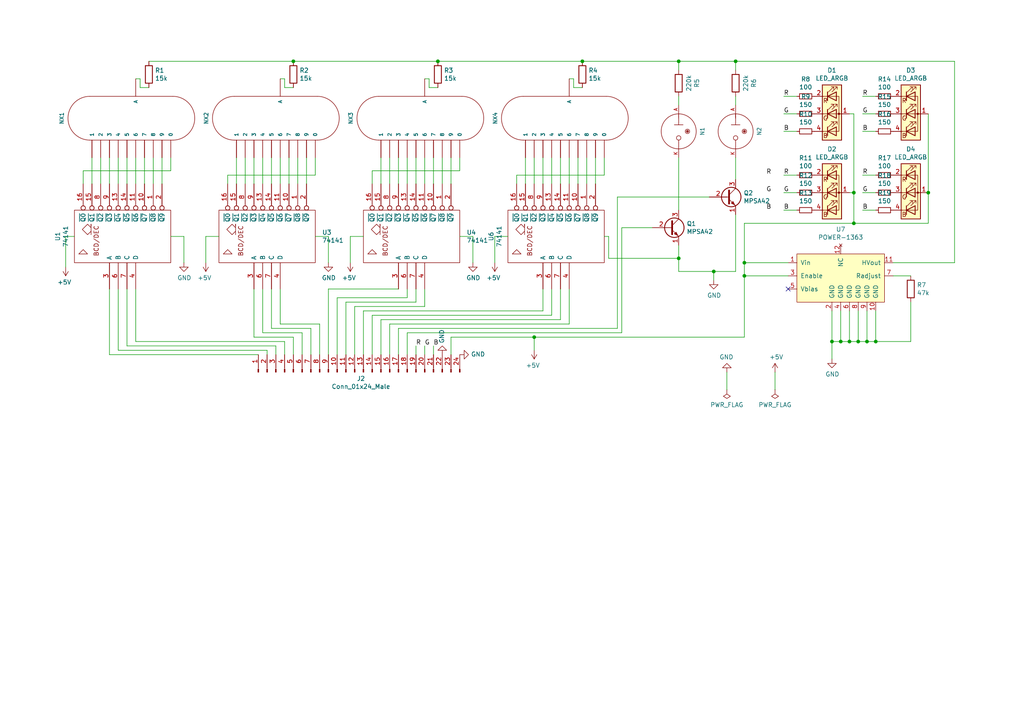
<source format=kicad_sch>
(kicad_sch (version 20211123) (generator eeschema)
  (paper "A4")
  (lib_symbols
    (symbol "74xx_IEEE:74141" (pin_names (offset 0.762))
      (property "Reference" "U" (at 0 0 0))
      (property "Value" "74141" (at 7.62 -15.24 0))
      (symbol "74141_0_0"
        (polyline (pts (xy 3.556 9.144) (xy 3.048 9.144) (xy 3.048 9.144)))
        (polyline (pts (xy -5.08 12.7) (xy -5.08 10.16) (xy -3.81 11.43) (xy -5.08 12.7) (xy -5.08 12.7)))
        (polyline (pts (xy 2.54 9.144) (xy 3.556 10.16) (xy 2.032 11.684) (xy 0.508 10.16) (xy 1.524 9.144) (xy 0.508 9.144) (xy 3.556 9.144)))
        (text "BCD/DEC" (at -1.27 7.62 0) (effects (font (size 1.27 1.27))))
        (pin power_in line (at 0 -13.97 90) (length 0) hide (name "GND") (number "12"))
        (pin power_in line (at 0 13.97 270) (length 0) hide (name "VCC") (number "5"))
      )
      (symbol "74141_0_1"
        (rectangle (start -7.62 13.97) (end 7.62 -13.97))
      )
      (symbol "74141_1_1"
        (pin open_collector inverted (at 15.24 -8.89 180) (length 7.62) (name "~{Q8}") (number "1"))
        (pin open_collector inverted (at 15.24 -6.35 180) (length 7.62) (name "~{Q7}") (number "10"))
        (pin open_collector inverted (at 15.24 -3.81 180) (length 7.62) (name "~{Q6}") (number "11"))
        (pin open_collector inverted (at 15.24 1.27 180) (length 7.62) (name "~{Q4}") (number "13"))
        (pin open_collector inverted (at 15.24 -1.27 180) (length 7.62) (name "~{Q5}") (number "14"))
        (pin open_collector inverted (at 15.24 8.89 180) (length 7.62) (name "~{Q1}") (number "15"))
        (pin open_collector inverted (at 15.24 11.43 180) (length 7.62) (name "~{Q0}") (number "16"))
        (pin open_collector inverted (at 15.24 -11.43 180) (length 7.62) (name "~{Q9}") (number "2"))
        (pin input line (at -15.24 3.81 0) (length 7.62) (name "A") (number "3"))
        (pin input line (at -15.24 -3.81 0) (length 7.62) (name "D") (number "4"))
        (pin input line (at -15.24 1.27 0) (length 7.62) (name "B") (number "6"))
        (pin input line (at -15.24 -1.27 0) (length 7.62) (name "C") (number "7"))
        (pin open_collector inverted (at 15.24 6.35 180) (length 7.62) (name "~{Q2}") (number "8"))
        (pin open_collector inverted (at 15.24 3.81 180) (length 7.62) (name "~{Q3}") (number "9"))
      )
    )
    (symbol "Connector:Conn_01x24_Male" (pin_names (offset 1.016) hide)
      (property "Reference" "J" (at 0 30.48 0))
      (property "Value" "Conn_01x24_Male" (at 0 -33.02 0))
      (symbol "Conn_01x24_Male_1_1"
        (polyline (pts (xy 1.27 -30.48) (xy 0.8636 -30.48)) (stroke (width 0.1524)))
        (polyline (pts (xy 1.27 -27.94) (xy 0.8636 -27.94)) (stroke (width 0.1524)))
        (polyline (pts (xy 1.27 -25.4) (xy 0.8636 -25.4)) (stroke (width 0.1524)))
        (polyline (pts (xy 1.27 -22.86) (xy 0.8636 -22.86)) (stroke (width 0.1524)))
        (polyline (pts (xy 1.27 -20.32) (xy 0.8636 -20.32)) (stroke (width 0.1524)))
        (polyline (pts (xy 1.27 -17.78) (xy 0.8636 -17.78)) (stroke (width 0.1524)))
        (polyline (pts (xy 1.27 -15.24) (xy 0.8636 -15.24)) (stroke (width 0.1524)))
        (polyline (pts (xy 1.27 -12.7) (xy 0.8636 -12.7)) (stroke (width 0.1524)))
        (polyline (pts (xy 1.27 -10.16) (xy 0.8636 -10.16)) (stroke (width 0.1524)))
        (polyline (pts (xy 1.27 -7.62) (xy 0.8636 -7.62)) (stroke (width 0.1524)))
        (polyline (pts (xy 1.27 -5.08) (xy 0.8636 -5.08)) (stroke (width 0.1524)))
        (polyline (pts (xy 1.27 -2.54) (xy 0.8636 -2.54)) (stroke (width 0.1524)))
        (polyline (pts (xy 1.27 0) (xy 0.8636 0)) (stroke (width 0.1524)))
        (polyline (pts (xy 1.27 2.54) (xy 0.8636 2.54)) (stroke (width 0.1524)))
        (polyline (pts (xy 1.27 5.08) (xy 0.8636 5.08)) (stroke (width 0.1524)))
        (polyline (pts (xy 1.27 7.62) (xy 0.8636 7.62)) (stroke (width 0.1524)))
        (polyline (pts (xy 1.27 10.16) (xy 0.8636 10.16)) (stroke (width 0.1524)))
        (polyline (pts (xy 1.27 12.7) (xy 0.8636 12.7)) (stroke (width 0.1524)))
        (polyline (pts (xy 1.27 15.24) (xy 0.8636 15.24)) (stroke (width 0.1524)))
        (polyline (pts (xy 1.27 17.78) (xy 0.8636 17.78)) (stroke (width 0.1524)))
        (polyline (pts (xy 1.27 20.32) (xy 0.8636 20.32)) (stroke (width 0.1524)))
        (polyline (pts (xy 1.27 22.86) (xy 0.8636 22.86)) (stroke (width 0.1524)))
        (polyline (pts (xy 1.27 25.4) (xy 0.8636 25.4)) (stroke (width 0.1524)))
        (polyline (pts (xy 1.27 27.94) (xy 0.8636 27.94)) (stroke (width 0.1524)))
        (rectangle (start 0.8636 -30.353) (end 0 -30.607) (stroke (width 0.1524)) (fill (type outline)))
        (rectangle (start 0.8636 -27.813) (end 0 -28.067) (stroke (width 0.1524)) (fill (type outline)))
        (rectangle (start 0.8636 -25.273) (end 0 -25.527) (stroke (width 0.1524)) (fill (type outline)))
        (rectangle (start 0.8636 -22.733) (end 0 -22.987) (stroke (width 0.1524)) (fill (type outline)))
        (rectangle (start 0.8636 -20.193) (end 0 -20.447) (stroke (width 0.1524)) (fill (type outline)))
        (rectangle (start 0.8636 -17.653) (end 0 -17.907) (stroke (width 0.1524)) (fill (type outline)))
        (rectangle (start 0.8636 -15.113) (end 0 -15.367) (stroke (width 0.1524)) (fill (type outline)))
        (rectangle (start 0.8636 -12.573) (end 0 -12.827) (stroke (width 0.1524)) (fill (type outline)))
        (rectangle (start 0.8636 -10.033) (end 0 -10.287) (stroke (width 0.1524)) (fill (type outline)))
        (rectangle (start 0.8636 -7.493) (end 0 -7.747) (stroke (width 0.1524)) (fill (type outline)))
        (rectangle (start 0.8636 -4.953) (end 0 -5.207) (stroke (width 0.1524)) (fill (type outline)))
        (rectangle (start 0.8636 -2.413) (end 0 -2.667) (stroke (width 0.1524)) (fill (type outline)))
        (rectangle (start 0.8636 0.127) (end 0 -0.127) (stroke (width 0.1524)) (fill (type outline)))
        (rectangle (start 0.8636 2.667) (end 0 2.413) (stroke (width 0.1524)) (fill (type outline)))
        (rectangle (start 0.8636 5.207) (end 0 4.953) (stroke (width 0.1524)) (fill (type outline)))
        (rectangle (start 0.8636 7.747) (end 0 7.493) (stroke (width 0.1524)) (fill (type outline)))
        (rectangle (start 0.8636 10.287) (end 0 10.033) (stroke (width 0.1524)) (fill (type outline)))
        (rectangle (start 0.8636 12.827) (end 0 12.573) (stroke (width 0.1524)) (fill (type outline)))
        (rectangle (start 0.8636 15.367) (end 0 15.113) (stroke (width 0.1524)) (fill (type outline)))
        (rectangle (start 0.8636 17.907) (end 0 17.653) (stroke (width 0.1524)) (fill (type outline)))
        (rectangle (start 0.8636 20.447) (end 0 20.193) (stroke (width 0.1524)) (fill (type outline)))
        (rectangle (start 0.8636 22.987) (end 0 22.733) (stroke (width 0.1524)) (fill (type outline)))
        (rectangle (start 0.8636 25.527) (end 0 25.273) (stroke (width 0.1524)) (fill (type outline)))
        (rectangle (start 0.8636 28.067) (end 0 27.813) (stroke (width 0.1524)) (fill (type outline)))
        (pin passive line (at 5.08 27.94 180) (length 3.81) (name "Pin_1") (number "1"))
        (pin passive line (at 5.08 5.08 180) (length 3.81) (name "Pin_10") (number "10"))
        (pin passive line (at 5.08 2.54 180) (length 3.81) (name "Pin_11") (number "11"))
        (pin passive line (at 5.08 0 180) (length 3.81) (name "Pin_12") (number "12"))
        (pin passive line (at 5.08 -2.54 180) (length 3.81) (name "Pin_13") (number "13"))
        (pin passive line (at 5.08 -5.08 180) (length 3.81) (name "Pin_14") (number "14"))
        (pin passive line (at 5.08 -7.62 180) (length 3.81) (name "Pin_15") (number "15"))
        (pin passive line (at 5.08 -10.16 180) (length 3.81) (name "Pin_16") (number "16"))
        (pin passive line (at 5.08 -12.7 180) (length 3.81) (name "Pin_17") (number "17"))
        (pin passive line (at 5.08 -15.24 180) (length 3.81) (name "Pin_18") (number "18"))
        (pin passive line (at 5.08 -17.78 180) (length 3.81) (name "Pin_19") (number "19"))
        (pin passive line (at 5.08 25.4 180) (length 3.81) (name "Pin_2") (number "2"))
        (pin passive line (at 5.08 -20.32 180) (length 3.81) (name "Pin_20") (number "20"))
        (pin passive line (at 5.08 -22.86 180) (length 3.81) (name "Pin_21") (number "21"))
        (pin passive line (at 5.08 -25.4 180) (length 3.81) (name "Pin_22") (number "22"))
        (pin passive line (at 5.08 -27.94 180) (length 3.81) (name "Pin_23") (number "23"))
        (pin passive line (at 5.08 -30.48 180) (length 3.81) (name "Pin_24") (number "24"))
        (pin passive line (at 5.08 22.86 180) (length 3.81) (name "Pin_3") (number "3"))
        (pin passive line (at 5.08 20.32 180) (length 3.81) (name "Pin_4") (number "4"))
        (pin passive line (at 5.08 17.78 180) (length 3.81) (name "Pin_5") (number "5"))
        (pin passive line (at 5.08 15.24 180) (length 3.81) (name "Pin_6") (number "6"))
        (pin passive line (at 5.08 12.7 180) (length 3.81) (name "Pin_7") (number "7"))
        (pin passive line (at 5.08 10.16 180) (length 3.81) (name "Pin_8") (number "8"))
        (pin passive line (at 5.08 7.62 180) (length 3.81) (name "Pin_9") (number "9"))
      )
    )
    (symbol "Device:LED_ARGB" (pin_names (offset 0) hide)
      (property "Reference" "D" (at 0 9.398 0))
      (property "Value" "LED_ARGB" (at 0 -8.89 0))
      (symbol "LED_ARGB_0_0"
        (text "B" (at -1.905 -6.35 0) (effects (font (size 1.27 1.27))))
        (text "G" (at -1.905 -1.27 0) (effects (font (size 1.27 1.27))))
        (text "R" (at -1.905 3.81 0) (effects (font (size 1.27 1.27))))
      )
      (symbol "LED_ARGB_0_1"
        (polyline (pts (xy -1.27 -5.08) (xy -2.54 -5.08)))
        (polyline (pts (xy -1.27 -5.08) (xy 1.27 -5.08)))
        (polyline (pts (xy -1.27 -3.81) (xy -1.27 -6.35)) (stroke (width 0.254)))
        (polyline (pts (xy -1.27 0) (xy -2.54 0)))
        (polyline (pts (xy -1.27 1.27) (xy -1.27 -1.27)) (stroke (width 0.254)))
        (polyline (pts (xy -1.27 5.08) (xy -2.54 5.08)))
        (polyline (pts (xy -1.27 5.08) (xy 1.27 5.08)))
        (polyline (pts (xy -1.27 6.35) (xy -1.27 3.81)) (stroke (width 0.254)))
        (polyline (pts (xy 1.27 0) (xy -1.27 0)))
        (polyline (pts (xy 1.27 0) (xy 2.54 0)))
        (polyline (pts (xy -1.27 1.27) (xy -1.27 -1.27) (xy -1.27 -1.27)))
        (polyline (pts (xy -1.27 6.35) (xy -1.27 3.81) (xy -1.27 3.81)))
        (polyline (pts (xy 1.27 -5.08) (xy 2.032 -5.08) (xy 2.032 5.08) (xy 1.27 5.08)))
        (polyline (pts (xy 1.27 -3.81) (xy 1.27 -6.35) (xy -1.27 -5.08) (xy 1.27 -3.81)) (stroke (width 0.254)))
        (polyline (pts (xy 1.27 1.27) (xy 1.27 -1.27) (xy -1.27 0) (xy 1.27 1.27)) (stroke (width 0.254)))
        (polyline (pts (xy 1.27 6.35) (xy 1.27 3.81) (xy -1.27 5.08) (xy 1.27 6.35)) (stroke (width 0.254)))
        (polyline (pts (xy -1.016 -3.81) (xy 0.508 -2.286) (xy -0.254 -2.286) (xy 0.508 -2.286) (xy 0.508 -3.048)))
        (polyline (pts (xy -1.016 1.27) (xy 0.508 2.794) (xy -0.254 2.794) (xy 0.508 2.794) (xy 0.508 2.032)))
        (polyline (pts (xy -1.016 6.35) (xy 0.508 7.874) (xy -0.254 7.874) (xy 0.508 7.874) (xy 0.508 7.112)))
        (polyline (pts (xy 0 -3.81) (xy 1.524 -2.286) (xy 0.762 -2.286) (xy 1.524 -2.286) (xy 1.524 -3.048)))
        (polyline (pts (xy 0 1.27) (xy 1.524 2.794) (xy 0.762 2.794) (xy 1.524 2.794) (xy 1.524 2.032)))
        (polyline (pts (xy 0 6.35) (xy 1.524 7.874) (xy 0.762 7.874) (xy 1.524 7.874) (xy 1.524 7.112)))
        (rectangle (start 1.27 -1.27) (end 1.27 1.27))
        (rectangle (start 1.27 1.27) (end 1.27 1.27))
        (rectangle (start 1.27 3.81) (end 1.27 6.35))
        (rectangle (start 1.27 6.35) (end 1.27 6.35))
        (circle (center 2.032 0) (radius 0.254) (fill (type outline)))
        (rectangle (start 2.794 8.382) (end -2.794 -7.62) (stroke (width 0.254)) (fill (type background)))
      )
      (symbol "LED_ARGB_1_1"
        (pin passive line (at 5.08 0 180) (length 2.54) (name "A") (number "1"))
        (pin passive line (at -5.08 5.08 0) (length 2.54) (name "RK") (number "2"))
        (pin passive line (at -5.08 0 0) (length 2.54) (name "GK") (number "3"))
        (pin passive line (at -5.08 -5.08 0) (length 2.54) (name "BK") (number "4"))
      )
    )
    (symbol "Device:R" (pin_numbers hide) (pin_names (offset 0))
      (property "Reference" "R" (at 2.032 0 90))
      (property "Value" "R" (at 0 0 90))
      (symbol "R_0_1"
        (rectangle (start -1.016 -2.54) (end 1.016 2.54) (stroke (width 0.254)))
      )
      (symbol "R_1_1"
        (pin passive line (at 0 3.81 270) (length 1.27) (name "~") (number "1"))
        (pin passive line (at 0 -3.81 90) (length 1.27) (name "~") (number "2"))
      )
    )
    (symbol "Device:R_Small" (pin_numbers hide) (pin_names (offset 0.254) hide)
      (property "Reference" "R" (at 0.762 0.508 0))
      (property "Value" "R_Small" (at 0.762 -1.016 0))
      (symbol "R_Small_0_1"
        (rectangle (start -0.762 1.778) (end 0.762 -1.778) (stroke (width 0.2032)))
      )
      (symbol "R_Small_1_1"
        (pin passive line (at 0 2.54 270) (length 0.762) (name "~") (number "1"))
        (pin passive line (at 0 -2.54 90) (length 0.762) (name "~") (number "2"))
      )
    )
    (symbol "NixieClock_Display-rescue:IN-12A-Nixies" (pin_numbers hide) (pin_names (offset 1.016))
      (property "Reference" "NX" (at -5.715 20.955 0))
      (symbol "IN-12A-Nixies_1_0"
        (polyline (pts (xy -7.62 -10.795) (xy -7.62 13.335)))
        (polyline (pts (xy 5.08 -10.795) (xy 5.08 13.335)))
      )
      (symbol "IN-12A-Nixies_1_1"
        (arc (start -7.62 -10.795) (mid -1.27 -17.145) (end 5.08 -10.795))
        (arc (start 5.08 13.335) (mid -1.27 19.685) (end -7.62 13.335))
        (pin bidirectional line (at -12.7 -10.16 0) (length 5.08) (name "0") (number "0"))
        (pin bidirectional line (at -12.7 12.7 0) (length 5.08) (name "1") (number "1"))
        (pin bidirectional line (at -12.7 10.16 0) (length 5.08) (name "2") (number "2"))
        (pin bidirectional line (at -12.7 7.62 0) (length 5.08) (name "3") (number "3"))
        (pin bidirectional line (at -12.7 5.08 0) (length 5.08) (name "4") (number "4"))
        (pin bidirectional line (at -12.7 2.54 0) (length 5.08) (name "5") (number "5"))
        (pin bidirectional line (at -12.7 0 0) (length 5.08) (name "6") (number "6"))
        (pin bidirectional line (at -12.7 -2.54 0) (length 5.08) (name "7") (number "7"))
        (pin bidirectional line (at -12.7 -5.08 0) (length 5.08) (name "8") (number "8"))
        (pin bidirectional line (at -12.7 -7.62 0) (length 5.08) (name "9") (number "9"))
        (pin bidirectional line (at 10.16 0 180) (length 5.08) (name "A") (number "A"))
      )
    )
    (symbol "NixieClock_Display-rescue:INS-1-Nixies" (pin_names (offset 1.016) hide)
      (property "Reference" "N" (at 1.27 3.175 0))
      (symbol "INS-1-Nixies_1_0"
        (polyline (pts (xy 0 -2.54) (xy 0.635 -2.54)))
        (polyline (pts (xy 0.635 -2.54) (xy 0 -2.54)))
        (polyline (pts (xy 0.635 -2.54) (xy 3.175 -2.54)))
        (polyline (pts (xy 1.27 -2.54) (xy 0.635 -2.54)))
        (polyline (pts (xy 3.175 -2.54) (xy 3.175 -3.81)))
        (polyline (pts (xy 3.175 -2.54) (xy 3.175 -1.27)))
        (polyline (pts (xy 4.7498 0) (xy 5.08 0)))
        (polyline (pts (xy 5.08 0) (xy 5.08 -0.3048)))
        (polyline (pts (xy 5.08 0) (xy 5.08 0.3048)))
        (polyline (pts (xy 5.08 0) (xy 5.3848 0)))
        (polyline (pts (xy 10.16 -2.54) (xy 7.62 -2.54)))
      )
      (symbol "INS-1-Nixies_1_1"
        (circle (center 5.08 -2.54) (radius 5.08))
        (circle (center 5.08 0) (radius 0.3048))
        (circle (center 5.08 0) (radius 0.635))
        (circle (center 6.985 -2.54) (radius 0.635))
        (pin bidirectional line (at -2.54 -2.54 0) (length 2.54) (name "A") (number "A"))
        (pin bidirectional line (at 12.7 -2.54 180) (length 2.54) (name "K") (number "K"))
      )
    )
    (symbol "NixieClock_Display-rescue:POWER-1363-Nixies" (pin_names (offset 1.016))
      (property "Reference" "U" (at 0 0 0))
      (property "Value" "POWER-1363-Nixies" (at 17.78 0 0))
      (symbol "POWER-1363-Nixies_0_1"
        (rectangle (start -3.81 -1.27) (end 21.59 -15.24) (fill (type background)))
      )
      (symbol "POWER-1363-Nixies_1_1"
        (pin power_in line (at -6.35 -3.81 0) (length 2.54) (name "Vin") (number "1"))
        (pin power_in line (at 19.05 -17.78 90) (length 2.54) (name "GND") (number "10"))
        (pin power_out line (at 24.13 -3.81 180) (length 2.54) (name "HVout") (number "11"))
        (pin no_connect line (at 8.89 1.27 270) (length 2.54) (name "NC") (number "12"))
        (pin power_in line (at 6.35 -17.78 90) (length 2.54) (name "GND") (number "2"))
        (pin input line (at -6.35 -7.62 0) (length 2.54) (name "Enable") (number "3"))
        (pin power_in line (at 8.89 -17.78 90) (length 2.54) (name "GND") (number "4"))
        (pin input line (at -6.35 -11.43 0) (length 2.54) (name "Vbias") (number "5"))
        (pin power_in line (at 11.43 -17.78 90) (length 2.54) (name "GND") (number "6"))
        (pin input line (at 24.13 -7.62 180) (length 2.54) (name "Radjust") (number "7"))
        (pin power_in line (at 13.97 -17.78 90) (length 2.54) (name "GND") (number "8"))
        (pin power_in line (at 16.51 -17.78 90) (length 2.54) (name "GND") (number "9"))
      )
    )
    (symbol "Transistor_BJT:MPSA42" (pin_names (offset 1.016) hide)
      (property "Reference" "Q" (at 5.08 1.905 0))
      (property "Value" "MPSA42" (at 5.08 0 0))
      (symbol "MPSA42_0_1"
        (polyline (pts (xy 0 0) (xy 0.635 0)))
        (polyline (pts (xy 0.635 0.635) (xy 2.54 2.54)))
        (polyline (pts (xy 0.635 -0.635) (xy 2.54 -2.54) (xy 2.54 -2.54)))
        (polyline (pts (xy 0.635 1.905) (xy 0.635 -1.905) (xy 0.635 -1.905)) (stroke (width 0.508)))
        (polyline (pts (xy 1.27 -1.778) (xy 1.778 -1.27) (xy 2.286 -2.286) (xy 1.27 -1.778) (xy 1.27 -1.778)) (fill (type outline)))
        (circle (center 1.27 0) (radius 2.8194) (stroke (width 0.254)))
      )
      (symbol "MPSA42_1_1"
        (pin passive line (at 2.54 -5.08 90) (length 2.54) (name "E") (number "1"))
        (pin input line (at -5.08 0 0) (length 5.08) (name "B") (number "2"))
        (pin passive line (at 2.54 5.08 270) (length 2.54) (name "C") (number "3"))
      )
    )
    (symbol "power:+5V" (power) (pin_names (offset 0))
      (property "Value" "+5V" (at 0 3.556 0))
      (symbol "+5V_0_1"
        (polyline (pts (xy -0.762 1.27) (xy 0 2.54)))
        (polyline (pts (xy 0 0) (xy 0 2.54)))
        (polyline (pts (xy 0 2.54) (xy 0.762 1.27)))
      )
      (symbol "+5V_1_1"
        (pin power_in line (at 0 0 90) (length 0) hide (name "+5V") (number "1"))
      )
    )
    (symbol "power:GND" (power) (pin_names (offset 0))
      (property "Value" "GND" (at 0 -3.81 0))
      (symbol "GND_0_1"
        (polyline (pts (xy 0 0) (xy 0 -1.27) (xy 1.27 -1.27) (xy 0 -2.54) (xy -1.27 -1.27) (xy 0 -1.27)))
      )
      (symbol "GND_1_1"
        (pin power_in line (at 0 0 270) (length 0) hide (name "GND") (number "1"))
      )
    )
    (symbol "power:PWR_FLAG" (power) (pin_numbers hide) (pin_names (offset 0) hide)
      (property "Value" "PWR_FLAG" (at 0 3.81 0))
      (symbol "PWR_FLAG_0_0"
        (pin power_out line (at 0 0 90) (length 0) (name "pwr") (number "1"))
      )
      (symbol "PWR_FLAG_0_1"
        (polyline (pts (xy 0 0) (xy 0 1.27) (xy -1.016 1.905) (xy 0 2.54) (xy 1.016 1.905) (xy 0 1.27)))
      )
    )
  )
  (junction (at 247.65 64.77))
  (junction (at 269.24 55.88))
  (junction (at 246.38 99.06))
  (junction (at 215.9 76.2))
  (junction (at 168.91 17.78))
  (junction (at 254 99.06))
  (junction (at 248.92 99.06))
  (junction (at 243.84 99.06))
  (junction (at 241.3 99.06))
  (junction (at 215.9 80.01))
  (junction (at 154.94 97.79))
  (junction (at 196.85 17.78))
  (junction (at 207.01 78.74))
  (junction (at 85.09 17.78))
  (junction (at 196.85 74.93))
  (junction (at 213.36 17.78))
  (junction (at 247.65 55.88))
  (junction (at 251.46 99.06))
  (junction (at 127 17.78))
  (no_connect (at 228.6 83.82))
  (wire (pts (xy 259.08 76.2) (xy 276.86 76.2)))
  (wire (pts (xy 123.19 83.82) (xy 123.19 88.9)))
  (wire (pts (xy 118.11 45.72) (xy 118.11 53.34)))
  (wire (pts (xy 39.37 83.82) (xy 39.37 99.06)))
  (wire (pts (xy 165.1 22.86) (xy 166.37 22.86)))
  (wire (pts (xy 246.38 33.02) (xy 247.65 33.02)))
  (wire (pts (xy 175.26 50.8) (xy 175.26 45.72)))
  (wire (pts (xy 87.63 96.52) (xy 87.63 102.87)))
  (wire (pts (xy 180.34 66.04) (xy 180.34 96.52)))
  (wire (pts (xy 100.33 87.63) (xy 100.33 102.87)))
  (wire (pts (xy 196.85 45.72) (xy 196.85 60.96)))
  (wire (pts (xy 143.51 68.58) (xy 143.51 76.2)))
  (wire (pts (xy 39.37 99.06) (xy 82.55 99.06)))
  (wire (pts (xy 49.53 45.72) (xy 49.53 49.53)))
  (wire (pts (xy 213.36 17.78) (xy 196.85 17.78)))
  (wire (pts (xy 154.94 101.6) (xy 154.94 97.79)))
  (wire (pts (xy 189.23 66.04) (xy 180.34 66.04)))
  (wire (pts (xy 110.49 92.71) (xy 110.49 102.87)))
  (wire (pts (xy 91.44 45.72) (xy 91.44 50.8)))
  (wire (pts (xy 24.13 49.53) (xy 24.13 53.34)))
  (wire (pts (xy 34.29 101.6) (xy 77.47 101.6)))
  (wire (pts (xy 254 90.17) (xy 254 99.06)))
  (wire (pts (xy 78.74 45.72) (xy 78.74 53.34)))
  (wire (pts (xy 34.29 45.72) (xy 34.29 53.34)))
  (wire (pts (xy 251.46 99.06) (xy 254 99.06)))
  (wire (pts (xy 154.94 97.79) (xy 130.81 97.79)))
  (wire (pts (xy 176.53 74.93) (xy 196.85 74.93)))
  (wire (pts (xy 180.34 96.52) (xy 118.11 96.52)))
  (wire (pts (xy 63.5 68.58) (xy 59.69 68.58)))
  (wire (pts (xy 179.07 95.25) (xy 115.57 95.25)))
  (wire (pts (xy 115.57 95.25) (xy 115.57 102.87)))
  (wire (pts (xy 82.55 25.4) (xy 85.09 25.4)))
  (wire (pts (xy 196.85 78.74) (xy 207.01 78.74)))
  (wire (pts (xy 95.25 68.58) (xy 95.25 76.2)))
  (wire (pts (xy 73.66 83.82) (xy 73.66 97.79)))
  (wire (pts (xy 82.55 22.86) (xy 82.55 25.4)))
  (wire (pts (xy 166.37 25.4) (xy 168.91 25.4)))
  (wire (pts (xy 125.73 102.87) (xy 125.73 100.33)))
  (wire (pts (xy 213.36 78.74) (xy 207.01 78.74)))
  (wire (pts (xy 165.1 83.82) (xy 165.1 93.98)))
  (wire (pts (xy 130.81 53.34) (xy 130.81 45.72)))
  (wire (pts (xy 241.3 99.06) (xy 243.84 99.06)))
  (wire (pts (xy 85.09 17.78) (xy 127 17.78)))
  (wire (pts (xy 168.91 17.78) (xy 196.85 17.78)))
  (wire (pts (xy 40.64 25.4) (xy 43.18 25.4)))
  (wire (pts (xy 276.86 76.2) (xy 276.86 17.78)))
  (wire (pts (xy 86.36 53.34) (xy 86.36 45.72)))
  (wire (pts (xy 250.19 55.88) (xy 254 55.88)))
  (wire (pts (xy 247.65 64.77) (xy 269.24 64.77)))
  (wire (pts (xy 133.35 49.53) (xy 107.95 49.53)))
  (wire (pts (xy 43.18 17.78) (xy 85.09 17.78)))
  (wire (pts (xy 76.2 53.34) (xy 76.2 45.72)))
  (wire (pts (xy 231.14 27.94) (xy 227.33 27.94)))
  (wire (pts (xy 85.09 97.79) (xy 85.09 102.87)))
  (wire (pts (xy 78.74 95.25) (xy 90.17 95.25)))
  (wire (pts (xy 149.86 50.8) (xy 175.26 50.8)))
  (wire (pts (xy 213.36 27.94) (xy 213.36 30.48)))
  (wire (pts (xy 92.71 93.98) (xy 92.71 102.87)))
  (wire (pts (xy 269.24 64.77) (xy 269.24 55.88)))
  (wire (pts (xy 248.92 90.17) (xy 248.92 99.06)))
  (wire (pts (xy 243.84 99.06) (xy 246.38 99.06)))
  (wire (pts (xy 59.69 68.58) (xy 59.69 76.2)))
  (wire (pts (xy 254 99.06) (xy 264.16 99.06)))
  (wire (pts (xy 133.35 68.58) (xy 137.16 68.58)))
  (wire (pts (xy 29.21 53.34) (xy 29.21 45.72)))
  (wire (pts (xy 160.02 53.34) (xy 160.02 45.72)))
  (wire (pts (xy 213.36 45.72) (xy 213.36 52.07)))
  (wire (pts (xy 46.99 53.34) (xy 46.99 45.72)))
  (wire (pts (xy 246.38 90.17) (xy 246.38 99.06)))
  (wire (pts (xy 196.85 20.32) (xy 196.85 17.78)))
  (wire (pts (xy 123.19 102.87) (xy 123.19 100.33)))
  (wire (pts (xy 83.82 45.72) (xy 83.82 53.34)))
  (wire (pts (xy 105.41 68.58) (xy 101.6 68.58)))
  (wire (pts (xy 231.14 38.1) (xy 227.33 38.1)))
  (wire (pts (xy 259.08 80.01) (xy 264.16 80.01)))
  (wire (pts (xy 49.53 49.53) (xy 24.13 49.53)))
  (wire (pts (xy 247.65 55.88) (xy 247.65 64.77)))
  (wire (pts (xy 243.84 90.17) (xy 243.84 99.06)))
  (wire (pts (xy 210.82 107.95) (xy 210.82 113.03)))
  (wire (pts (xy 68.58 45.72) (xy 68.58 53.34)))
  (wire (pts (xy 81.28 22.86) (xy 82.55 22.86)))
  (wire (pts (xy 248.92 99.06) (xy 251.46 99.06)))
  (wire (pts (xy 19.05 68.58) (xy 19.05 77.47)))
  (wire (pts (xy 130.81 102.87) (xy 130.81 97.79)))
  (wire (pts (xy 176.53 68.58) (xy 176.53 74.93)))
  (wire (pts (xy 66.04 50.8) (xy 66.04 53.34)))
  (wire (pts (xy 124.46 22.86) (xy 124.46 25.4)))
  (wire (pts (xy 81.28 83.82) (xy 81.28 93.98)))
  (wire (pts (xy 196.85 71.12) (xy 196.85 74.93)))
  (wire (pts (xy 41.91 53.34) (xy 41.91 45.72)))
  (wire (pts (xy 88.9 45.72) (xy 88.9 53.34)))
  (wire (pts (xy 241.3 99.06) (xy 241.3 104.14)))
  (wire (pts (xy 241.3 90.17) (xy 241.3 99.06)))
  (wire (pts (xy 166.37 22.86) (xy 166.37 25.4)))
  (wire (pts (xy 95.25 83.82) (xy 95.25 102.87)))
  (wire (pts (xy 254 60.96) (xy 250.19 60.96)))
  (wire (pts (xy 44.45 45.72) (xy 44.45 53.34)))
  (wire (pts (xy 36.83 83.82) (xy 36.83 100.33)))
  (wire (pts (xy 21.59 68.58) (xy 19.05 68.58)))
  (wire (pts (xy 165.1 53.34) (xy 165.1 45.72)))
  (wire (pts (xy 102.87 88.9) (xy 102.87 102.87)))
  (wire (pts (xy 228.6 76.2) (xy 215.9 76.2)))
  (wire (pts (xy 76.2 83.82) (xy 76.2 96.52)))
  (wire (pts (xy 120.65 83.82) (xy 120.65 87.63)))
  (wire (pts (xy 247.65 33.02) (xy 247.65 55.88)))
  (wire (pts (xy 73.66 45.72) (xy 73.66 53.34)))
  (wire (pts (xy 269.24 55.88) (xy 269.24 33.02)))
  (wire (pts (xy 154.94 53.34) (xy 154.94 45.72)))
  (wire (pts (xy 120.65 87.63) (xy 100.33 87.63)))
  (wire (pts (xy 39.37 45.72) (xy 39.37 53.34)))
  (wire (pts (xy 157.48 53.34) (xy 157.48 45.72)))
  (wire (pts (xy 81.28 93.98) (xy 92.71 93.98)))
  (wire (pts (xy 254 27.94) (xy 250.19 27.94)))
  (wire (pts (xy 115.57 53.34) (xy 115.57 45.72)))
  (wire (pts (xy 120.65 102.87) (xy 120.65 100.33)))
  (wire (pts (xy 246.38 55.88) (xy 247.65 55.88)))
  (wire (pts (xy 228.6 80.01) (xy 215.9 80.01)))
  (wire (pts (xy 254 38.1) (xy 250.19 38.1)))
  (wire (pts (xy 36.83 53.34) (xy 36.83 45.72)))
  (wire (pts (xy 133.35 45.72) (xy 133.35 49.53)))
  (wire (pts (xy 179.07 57.15) (xy 179.07 95.25)))
  (wire (pts (xy 40.64 22.86) (xy 40.64 25.4)))
  (wire (pts (xy 172.72 53.34) (xy 172.72 45.72)))
  (wire (pts (xy 26.67 53.34) (xy 26.67 45.72)))
  (wire (pts (xy 165.1 93.98) (xy 113.03 93.98)))
  (wire (pts (xy 224.79 107.95) (xy 224.79 113.03)))
  (wire (pts (xy 162.56 83.82) (xy 162.56 92.71)))
  (wire (pts (xy 170.18 53.34) (xy 170.18 45.72)))
  (wire (pts (xy 215.9 64.77) (xy 247.65 64.77)))
  (wire (pts (xy 157.48 83.82) (xy 157.48 90.17)))
  (wire (pts (xy 31.75 53.34) (xy 31.75 45.72)))
  (wire (pts (xy 250.19 33.02) (xy 254 33.02)))
  (wire (pts (xy 113.03 93.98) (xy 113.03 102.87)))
  (wire (pts (xy 246.38 99.06) (xy 248.92 99.06)))
  (wire (pts (xy 76.2 96.52) (xy 87.63 96.52)))
  (wire (pts (xy 251.46 90.17) (xy 251.46 99.06)))
  (wire (pts (xy 160.02 83.82) (xy 160.02 91.44)))
  (wire (pts (xy 175.26 68.58) (xy 176.53 68.58)))
  (wire (pts (xy 77.47 101.6) (xy 77.47 102.87)))
  (wire (pts (xy 90.17 95.25) (xy 90.17 102.87)))
  (wire (pts (xy 264.16 87.63) (xy 264.16 99.06)))
  (wire (pts (xy 120.65 53.34) (xy 120.65 45.72)))
  (wire (pts (xy 213.36 17.78) (xy 276.86 17.78)))
  (wire (pts (xy 78.74 83.82) (xy 78.74 95.25)))
  (wire (pts (xy 231.14 60.96) (xy 227.33 60.96)))
  (wire (pts (xy 227.33 33.02) (xy 231.14 33.02)))
  (wire (pts (xy 149.86 53.34) (xy 149.86 50.8)))
  (wire (pts (xy 162.56 53.34) (xy 162.56 45.72)))
  (wire (pts (xy 105.41 90.17) (xy 105.41 102.87)))
  (wire (pts (xy 97.79 86.36) (xy 97.79 102.87)))
  (wire (pts (xy 118.11 83.82) (xy 118.11 86.36)))
  (wire (pts (xy 215.9 80.01) (xy 215.9 97.79)))
  (wire (pts (xy 152.4 53.34) (xy 152.4 45.72)))
  (wire (pts (xy 107.95 49.53) (xy 107.95 53.34)))
  (wire (pts (xy 160.02 91.44) (xy 107.95 91.44)))
  (wire (pts (xy 110.49 53.34) (xy 110.49 45.72)))
  (wire (pts (xy 53.34 68.58) (xy 53.34 76.2)))
  (wire (pts (xy 118.11 96.52) (xy 118.11 102.87)))
  (wire (pts (xy 125.73 53.34) (xy 125.73 45.72)))
  (wire (pts (xy 231.14 50.8) (xy 227.33 50.8)))
  (wire (pts (xy 81.28 53.34) (xy 81.28 45.72)))
  (wire (pts (xy 157.48 90.17) (xy 105.41 90.17)))
  (wire (pts (xy 80.01 100.33) (xy 80.01 102.87)))
  (wire (pts (xy 71.12 53.34) (xy 71.12 45.72)))
  (wire (pts (xy 91.44 50.8) (xy 66.04 50.8)))
  (wire (pts (xy 115.57 83.82) (xy 95.25 83.82)))
  (wire (pts (xy 227.33 55.88) (xy 231.14 55.88)))
  (wire (pts (xy 74.93 102.87) (xy 31.75 102.87)))
  (wire (pts (xy 31.75 102.87) (xy 31.75 83.82)))
  (wire (pts (xy 101.6 68.58) (xy 101.6 76.2)))
  (wire (pts (xy 73.66 97.79) (xy 85.09 97.79)))
  (wire (pts (xy 118.11 86.36) (xy 97.79 86.36)))
  (wire (pts (xy 113.03 45.72) (xy 113.03 53.34)))
  (wire (pts (xy 137.16 68.58) (xy 137.16 76.2)))
  (wire (pts (xy 215.9 76.2) (xy 215.9 80.01)))
  (wire (pts (xy 196.85 74.93) (xy 196.85 78.74)))
  (wire (pts (xy 107.95 91.44) (xy 107.95 102.87)))
  (wire (pts (xy 123.19 45.72) (xy 123.19 53.34)))
  (wire (pts (xy 91.44 68.58) (xy 95.25 68.58)))
  (wire (pts (xy 123.19 22.86) (xy 124.46 22.86)))
  (wire (pts (xy 215.9 64.77) (xy 215.9 76.2)))
  (wire (pts (xy 215.9 97.79) (xy 154.94 97.79)))
  (wire (pts (xy 213.36 62.23) (xy 213.36 78.74)))
  (wire (pts (xy 147.32 68.58) (xy 143.51 68.58)))
  (wire (pts (xy 127 17.78) (xy 168.91 17.78)))
  (wire (pts (xy 162.56 92.71) (xy 110.49 92.71)))
  (wire (pts (xy 36.83 100.33) (xy 80.01 100.33)))
  (wire (pts (xy 34.29 83.82) (xy 34.29 101.6)))
  (wire (pts (xy 49.53 68.58) (xy 53.34 68.58)))
  (wire (pts (xy 196.85 27.94) (xy 196.85 30.48)))
  (wire (pts (xy 123.19 88.9) (xy 102.87 88.9)))
  (wire (pts (xy 167.64 53.34) (xy 167.64 45.72)))
  (wire (pts (xy 254 50.8) (xy 250.19 50.8)))
  (wire (pts (xy 179.07 57.15) (xy 205.74 57.15)))
  (wire (pts (xy 82.55 99.06) (xy 82.55 102.87)))
  (wire (pts (xy 39.37 22.86) (xy 40.64 22.86)))
  (wire (pts (xy 128.27 45.72) (xy 128.27 53.34)))
  (wire (pts (xy 124.46 25.4) (xy 127 25.4)))
  (wire (pts (xy 213.36 17.78) (xy 213.36 20.32)))
  (wire (pts (xy 207.01 78.74) (xy 207.01 81.28)))
  (label "G" (at 250.19 33.02 0))
  (label "G" (at 227.33 55.88 0))
  (label "R" (at 227.33 50.8 0))
  (label "G" (at 227.33 33.02 0))
  (label "B" (at 250.19 38.1 0))
  (label "B" (at 222.25 60.96 0))
  (label "G" (at 250.19 55.88 0))
  (label "R" (at 250.19 50.8 0))
  (label "R" (at 227.33 27.94 0))
  (label "B" (at 227.33 38.1 0))
  (label "R" (at 250.19 27.94 0))
  (label "B" (at 125.73 100.33 0))
  (label "B" (at 250.19 60.96 0))
  (label "B" (at 227.33 60.96 0))
  (label "G" (at 123.19 100.33 0))
  (label "R" (at 120.65 100.33 0))
  (label "G" (at 222.25 55.88 0))
  (label "R" (at 222.25 50.8 0))
  (symbol (lib_id "NixieClock_Display-rescue:IN-12A-Nixies") (at 165.1 33.02 90) (unit 1)
    (property "Reference" "NX4" (at 143.637 34.29 0) (effects (font (size 1.143 1.143))))
    (property "Value" "IN-12A" (effects hide))
    (property "Footprint" "Nixies:nixies-us-IN-12-DSUB" (effects hide))
  )
  (symbol (lib_id "NixieClock_Display-rescue:IN-12A-Nixies") (at 81.28 33.02 90) (unit 1)
    (property "Reference" "NX2" (at 59.817 34.29 0) (effects (font (size 1.143 1.143))))
    (property "Value" "IN-12A" (effects hide))
    (property "Footprint" "Nixies:nixies-us-IN-12-DSUB" (effects hide))
  )
  (symbol (lib_id "NixieClock_Display-rescue:IN-12A-Nixies") (at 39.37 33.02 90) (unit 1)
    (property "Reference" "NX1" (at 17.907 34.29 0) (effects (font (size 1.143 1.143))))
    (property "Value" "IN-12A" (effects hide))
    (property "Footprint" "Nixies:nixies-us-IN-12-DSUB" (effects hide))
  )
  (symbol (lib_id "NixieClock_Display-rescue:IN-12A-Nixies") (at 123.19 33.02 90) (unit 1)
    (property "Reference" "NX3" (at 101.727 34.29 0) (effects (font (size 1.143 1.143))))
    (property "Value" "IN-12A" (effects hide))
    (property "Footprint" "Nixies:nixies-us-IN-12-DSUB" (effects hide))
  )
  (symbol (lib_id "NixieClock_Display-rescue:INS-1-Nixies") (at 215.9 33.02 270) (unit 1)
    (property "Reference" "N2" (at 220.218 38.1 0) (effects (font (size 1.143 1.143))))
    (property "Value" "INS-1" (effects hide))
    (property "Footprint" "Nixies:INS-1" (effects hide))
  )
  (symbol (lib_id "NixieClock_Display-rescue:INS-1-Nixies") (at 199.39 33.02 270) (unit 1)
    (property "Reference" "N1" (at 203.708 38.1 0) (effects (font (size 1.143 1.143))))
    (property "Value" "INS-1" (effects hide))
    (property "Footprint" "Nixies:INS-1" (effects hide))
  )
  (symbol (lib_id "74xx_IEEE:74141") (at 161.29 68.58 90) (unit 1)
    (property "Reference" "U6" (at 142.4686 68.58 0))
    (property "Value" "74141" (at 144.78 68.58 0))
    (property "Footprint" "Package_DIP:DIP-16_W7.62mm_Socket" (effects hide))
  )
  (symbol (lib_id "74xx_IEEE:74141") (at 77.47 68.58 90) (unit 1)
    (property "Reference" "U3" (at 93.4212 67.4116 90) (effects (justify right)))
    (property "Value" "74141" (at 93.4212 69.723 90) (effects (justify right)))
    (property "Footprint" "Package_DIP:DIP-16_W7.62mm_Socket" (effects hide))
  )
  (symbol (lib_id "74xx_IEEE:74141") (at 35.56 68.58 90) (unit 1)
    (property "Reference" "U1" (at 16.7386 68.58 0))
    (property "Value" "74141" (at 19.05 68.58 0))
    (property "Footprint" "Package_DIP:DIP-16_W7.62mm_Socket" (effects hide))
  )
  (symbol (lib_id "74xx_IEEE:74141") (at 119.38 68.58 90) (unit 1)
    (property "Reference" "U4" (at 135.3312 67.4116 90) (effects (justify right)))
    (property "Value" "74141" (at 135.3312 69.723 90) (effects (justify right)))
    (property "Footprint" "Package_DIP:DIP-16_W7.62mm_Socket" (effects hide))
  )
  (symbol (lib_id "NixieClock_Display-rescue:POWER-1363-Nixies") (at 234.95 72.39 0) (unit 1)
    (property "Reference" "U7" (at 243.84 66.5226 0))
    (property "Value" "POWER-1363" (at 243.84 68.834 0))
    (property "Footprint" "Connector_PinHeader_2.54mm:PinHeader_2x06_P2.54mm_Vertical" (effects hide))
  )
  (symbol (lib_id "Device:R") (at 168.91 21.59 180) (unit 1)
    (property "Reference" "R4" (at 170.688 20.4216 0) (effects (justify right)))
    (property "Value" "15k" (at 170.688 22.733 0) (effects (justify right)))
    (property "Footprint" "Resistor_THT:R_Axial_DIN0204_L3.6mm_D1.6mm_P7.62mm_Horizontal" (effects hide))
  )
  (symbol (lib_id "Device:R") (at 85.09 21.59 180) (unit 1)
    (property "Reference" "R2" (at 86.868 20.4216 0) (effects (justify right)))
    (property "Value" "15k" (at 86.868 22.733 0) (effects (justify right)))
    (property "Footprint" "Resistor_THT:R_Axial_DIN0204_L3.6mm_D1.6mm_P7.62mm_Horizontal" (effects hide))
  )
  (symbol (lib_id "Device:R") (at 43.18 21.59 180) (unit 1)
    (property "Reference" "R1" (at 44.958 20.4216 0) (effects (justify right)))
    (property "Value" "15k" (at 44.958 22.733 0) (effects (justify right)))
    (property "Footprint" "Resistor_THT:R_Axial_DIN0204_L3.6mm_D1.6mm_P7.62mm_Horizontal" (effects hide))
  )
  (symbol (lib_id "Device:R") (at 196.85 24.13 180) (unit 1)
    (property "Reference" "R5" (at 202.1078 24.13 90))
    (property "Value" "220k" (at 199.7964 24.13 90))
    (property "Footprint" "Resistor_THT:R_Axial_DIN0204_L3.6mm_D1.6mm_P7.62mm_Horizontal" (effects hide))
  )
  (symbol (lib_id "Device:R") (at 213.36 24.13 180) (unit 1)
    (property "Reference" "R6" (at 218.6178 24.13 90))
    (property "Value" "220k" (at 216.3064 24.13 90))
    (property "Footprint" "Resistor_THT:R_Axial_DIN0204_L3.6mm_D1.6mm_P7.62mm_Horizontal" (effects hide))
  )
  (symbol (lib_id "power:GND") (at 241.3 104.14 0) (unit 1)
    (property "Reference" "#PWR0110" (effects hide))
    (property "Value" "GND" (at 241.427 108.5342 0))
  )
  (symbol (lib_id "power:+5V") (at 154.94 101.6 180) (unit 1)
    (property "Reference" "#PWR0101" (effects hide))
    (property "Value" "+5V" (at 154.559 105.9942 0))
  )
  (symbol (lib_id "power:+5V") (at 224.79 107.95 0) (unit 1)
    (property "Reference" "#PWR0102" (effects hide))
    (property "Value" "+5V" (at 225.171 103.5558 0))
  )
  (symbol (lib_id "power:PWR_FLAG") (at 224.79 113.03 180) (unit 1)
    (property "Reference" "#FLG0101" (effects hide))
    (property "Value" "PWR_FLAG" (at 224.79 117.4242 0))
  )
  (symbol (lib_id "power:+5V") (at 19.05 77.47 180) (unit 1)
    (property "Reference" "#PWR0103" (effects hide))
    (property "Value" "+5V" (at 18.669 81.8642 0))
  )
  (symbol (lib_id "power:+5V") (at 59.69 76.2 180) (unit 1)
    (property "Reference" "#PWR0104" (effects hide))
    (property "Value" "+5V" (at 59.309 80.5942 0))
  )
  (symbol (lib_id "power:GND") (at 210.82 107.95 180) (unit 1)
    (property "Reference" "#PWR0111" (effects hide))
    (property "Value" "GND" (at 210.693 103.5558 0))
  )
  (symbol (lib_id "Device:R") (at 127 21.59 180) (unit 1)
    (property "Reference" "R3" (at 128.778 20.4216 0) (effects (justify right)))
    (property "Value" "15k" (at 128.778 22.733 0) (effects (justify right)))
    (property "Footprint" "Resistor_THT:R_Axial_DIN0204_L3.6mm_D1.6mm_P7.62mm_Horizontal" (effects hide))
  )
  (symbol (lib_id "power:GND") (at 53.34 76.2 0) (unit 1)
    (property "Reference" "#PWR0105" (effects hide))
    (property "Value" "GND" (at 53.467 80.5942 0))
  )
  (symbol (lib_id "power:PWR_FLAG") (at 210.82 113.03 180) (unit 1)
    (property "Reference" "#FLG0102" (effects hide))
    (property "Value" "PWR_FLAG" (at 210.82 117.4242 0))
  )
  (symbol (lib_id "power:+5V") (at 101.6 76.2 180) (unit 1)
    (property "Reference" "#PWR0106" (effects hide))
    (property "Value" "+5V" (at 101.219 80.5942 0))
  )
  (symbol (lib_id "power:GND") (at 95.25 76.2 0) (unit 1)
    (property "Reference" "#PWR0107" (effects hide))
    (property "Value" "GND" (at 95.377 80.5942 0))
  )
  (symbol (lib_id "power:+5V") (at 143.51 76.2 180) (unit 1)
    (property "Reference" "#PWR0108" (effects hide))
    (property "Value" "+5V" (at 143.129 80.5942 0))
  )
  (symbol (lib_id "power:GND") (at 137.16 76.2 0) (unit 1)
    (property "Reference" "#PWR0109" (effects hide))
    (property "Value" "GND" (at 137.287 80.5942 0))
  )
  (symbol (lib_id "Device:R") (at 264.16 83.82 0) (unit 1)
    (property "Reference" "R7" (at 265.938 82.6516 0) (effects (justify left)))
    (property "Value" "47k" (at 265.938 84.963 0) (effects (justify left)))
    (property "Footprint" "Resistor_THT:R_Axial_DIN0204_L3.6mm_D1.6mm_P7.62mm_Horizontal" (effects hide))
  )
  (symbol (lib_id "Transistor_BJT:MPSA42") (at 194.31 66.04 0) (unit 1)
    (property "Reference" "Q1" (at 199.1614 64.8716 0) (effects (justify left)))
    (property "Value" "MPSA42" (at 199.1614 67.183 0) (effects (justify left)))
    (property "Footprint" "Package_TO_SOT_THT:TO-92_Inline" (effects hide))
    (property "Datasheet" "http://www.onsemi.com/pub_link/Collateral/MPSA42-D.PDF" (effects hide))
  )
  (symbol (lib_id "Transistor_BJT:MPSA42") (at 210.82 57.15 0) (unit 1)
    (property "Reference" "Q2" (at 215.6714 55.9816 0) (effects (justify left)))
    (property "Value" "MPSA42" (at 215.6714 58.293 0) (effects (justify left)))
    (property "Footprint" "Package_TO_SOT_THT:TO-92_Inline" (effects hide))
    (property "Datasheet" "http://www.onsemi.com/pub_link/Collateral/MPSA42-D.PDF" (effects hide))
  )
  (symbol (lib_id "power:GND") (at 207.01 81.28 0) (unit 1)
    (property "Reference" "#PWR07" (effects hide))
    (property "Value" "GND" (at 207.137 85.6742 0))
  )
  (symbol (lib_id "power:GND") (at 133.35 102.87 90) (unit 1)
    (property "Reference" "#PWR010" (effects hide))
    (property "Value" "GND" (at 136.6012 102.743 90) (effects (justify right)))
  )
  (symbol (lib_id "Device:LED_ARGB") (at 241.3 33.02 0) (unit 1)
    (property "Reference" "D1" (at 241.3 20.3962 0))
    (property "Value" "LED_ARGB" (at 241.3 22.7076 0))
    (property "Footprint" "LED_SMD:LED_RGB_1210" (effects hide))
  )
  (symbol (lib_id "Device:LED_ARGB") (at 241.3 55.88 0) (unit 1)
    (property "Reference" "D2" (at 241.3 43.2562 0))
    (property "Value" "LED_ARGB" (at 241.3 45.5676 0))
    (property "Footprint" "LED_SMD:LED_RGB_1210" (effects hide))
  )
  (symbol (lib_id "Device:LED_ARGB") (at 264.16 33.02 0) (unit 1)
    (property "Reference" "D3" (at 264.16 20.3962 0))
    (property "Value" "LED_ARGB" (at 264.16 22.7076 0))
    (property "Footprint" "LED_SMD:LED_RGB_1210" (effects hide))
  )
  (symbol (lib_id "Device:LED_ARGB") (at 264.16 55.88 0) (unit 1)
    (property "Reference" "D4" (at 264.16 43.2562 0))
    (property "Value" "LED_ARGB" (at 264.16 45.5676 0))
    (property "Footprint" "LED_SMD:LED_RGB_1210" (effects hide))
  )
  (symbol (lib_id "Connector:Conn_01x24_Male") (at 102.87 107.95 90) (unit 1)
    (property "Reference" "J2" (at 104.6988 109.8042 90))
    (property "Value" "Conn_01x24_Male" (at 104.6988 112.1156 90))
    (property "Footprint" "Connector_PinHeader_2.54mm:PinHeader_1x24_P2.54mm_Vertical" (effects hide))
  )
  (symbol (lib_id "Device:R_Small") (at 256.54 27.94 270) (unit 1)
    (property "Reference" "R14" (at 256.54 22.9616 90))
    (property "Value" "100" (at 256.54 25.273 90))
    (property "Footprint" "Resistor_SMD:R_0805_2012Metric" (effects hide))
  )
  (symbol (lib_id "Device:R_Small") (at 233.68 33.02 270) (unit 1)
    (property "Reference" "R9" (at 233.68 28.0416 90))
    (property "Value" "150" (at 233.68 30.353 90))
    (property "Footprint" "Resistor_SMD:R_0805_2012Metric" (effects hide))
  )
  (symbol (lib_id "Device:R_Small") (at 256.54 50.8 270) (unit 1)
    (property "Reference" "R17" (at 256.54 45.8216 90))
    (property "Value" "100" (at 256.54 48.133 90))
    (property "Footprint" "Resistor_SMD:R_0805_2012Metric" (effects hide))
  )
  (symbol (lib_id "Device:R_Small") (at 233.68 27.94 270) (unit 1)
    (property "Reference" "R8" (at 233.68 22.9616 90))
    (property "Value" "100" (at 233.68 25.273 90))
    (property "Footprint" "Resistor_SMD:R_0805_2012Metric" (effects hide))
  )
  (symbol (lib_id "Device:R_Small") (at 233.68 50.8 270) (unit 1)
    (property "Reference" "R11" (at 233.68 45.8216 90))
    (property "Value" "100" (at 233.68 48.133 90))
    (property "Footprint" "Resistor_SMD:R_0805_2012Metric" (effects hide))
  )
  (symbol (lib_id "Device:R_Small") (at 233.68 38.1 270) (unit 1)
    (property "Reference" "R10" (at 233.68 33.1216 90))
    (property "Value" "150" (at 233.68 35.433 90))
    (property "Footprint" "Resistor_SMD:R_0805_2012Metric" (effects hide))
  )
  (symbol (lib_id "Device:R_Small") (at 233.68 55.88 270) (unit 1)
    (property "Reference" "R12" (at 233.68 50.9016 90))
    (property "Value" "150" (at 233.68 53.213 90))
    (property "Footprint" "Resistor_SMD:R_0805_2012Metric" (effects hide))
  )
  (symbol (lib_id "Device:R_Small") (at 233.68 60.96 270) (unit 1)
    (property "Reference" "R13" (at 233.68 55.9816 90))
    (property "Value" "150" (at 233.68 58.293 90))
    (property "Footprint" "Resistor_SMD:R_0805_2012Metric" (effects hide))
  )
  (symbol (lib_id "Device:R_Small") (at 256.54 60.96 270) (unit 1)
    (property "Reference" "R19" (at 256.54 55.9816 90))
    (property "Value" "150" (at 256.54 58.293 90))
    (property "Footprint" "Resistor_SMD:R_0805_2012Metric" (effects hide))
  )
  (symbol (lib_id "Device:R_Small") (at 256.54 55.88 270) (unit 1)
    (property "Reference" "R18" (at 256.54 50.9016 90))
    (property "Value" "150" (at 256.54 53.213 90))
    (property "Footprint" "Resistor_SMD:R_0805_2012Metric" (effects hide))
  )
  (symbol (lib_id "Device:R_Small") (at 256.54 38.1 270) (unit 1)
    (property "Reference" "R16" (at 256.54 33.1216 90))
    (property "Value" "150" (at 256.54 35.433 90))
    (property "Footprint" "Resistor_SMD:R_0805_2012Metric" (effects hide))
  )
  (symbol (lib_id "Device:R_Small") (at 256.54 33.02 270) (unit 1)
    (property "Reference" "R15" (at 256.54 28.0416 90))
    (property "Value" "150" (at 256.54 30.353 90))
    (property "Footprint" "Resistor_SMD:R_0805_2012Metric" (effects hide))
  )
  (symbol (lib_id "power:GND") (at 128.27 102.87 180) (unit 1)
    (property "Reference" "#PWR012" (effects hide))
    (property "Value" "GND" (at 128.143 99.6188 90) (effects (justify right)))
  )
)
</source>
